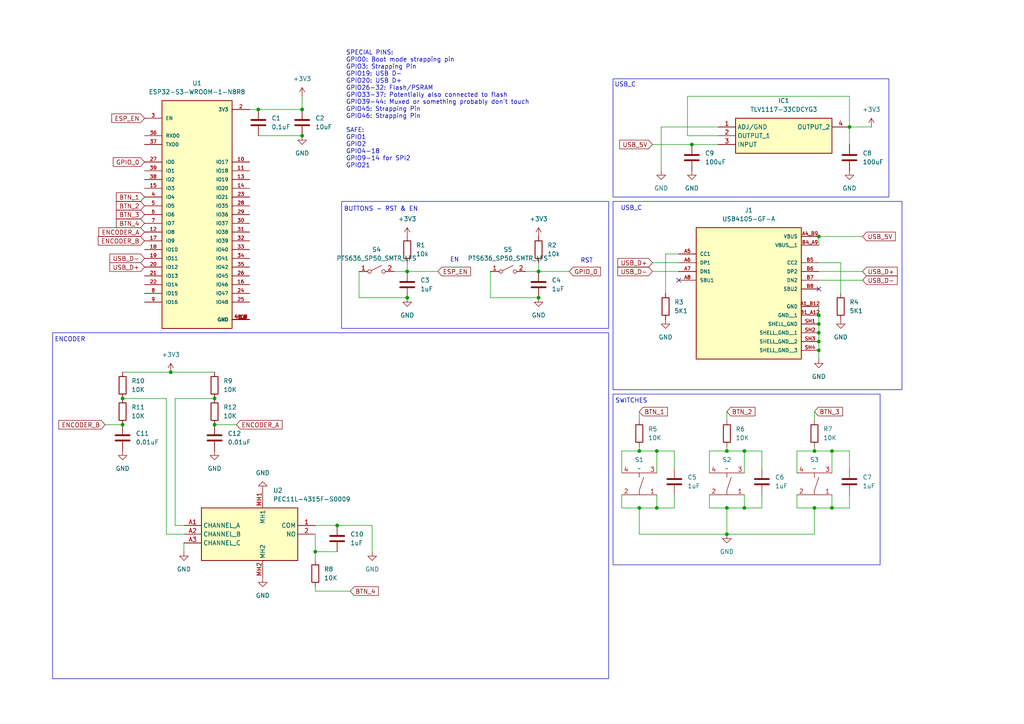
<source format=kicad_sch>
(kicad_sch (version 20231120) (generator "eeschema") (generator_version "8.0")
  (paper "A4")
  (lib_symbols
    (symbol "Device:C" (pin_numbers hide) (pin_names (offset 0.254))
      (property "Reference" "C" (at 0.635 2.54 0))
      (property "Value" "C" (at 0.635 -2.54 0))
      (symbol "C_0_1"
        (polyline (pts (xy -2.032 -0.762) (xy 2.032 -0.762)) (stroke (width 0.508)))
        (polyline (pts (xy -2.032 0.762) (xy 2.032 0.762)) (stroke (width 0.508)))
      )
      (symbol "C_1_1"
        (pin passive line (at 0 3.81 270) (length 2.794) (name "~") (number "1"))
        (pin passive line (at 0 -3.81 90) (length 2.794) (name "~") (number "2"))
      )
    )
    (symbol "Device:R" (pin_numbers hide) (pin_names (offset 0))
      (property "Reference" "R" (at 2.032 0 90))
      (property "Value" "R" (at 0 0 90))
      (symbol "R_0_1"
        (rectangle (start -1.016 -2.54) (end 1.016 2.54) (stroke (width 0.254)))
      )
      (symbol "R_1_1"
        (pin passive line (at 0 3.81 270) (length 1.27) (name "~") (number "1"))
        (pin passive line (at 0 -3.81 90) (length 1.27) (name "~") (number "2"))
      )
    )
    (symbol "SamacSys_Parts:OMRON_B3FS_Tactile_Switch"
      (property "Reference" "S" (at -1.27 3.556 0))
      (symbol "OMRON_B3FS_Tactile_Switch_0_1"
        (polyline (pts (xy -2.54 1.27) (xy 2.54 1.27)))
        (polyline (pts (xy 0 -5.08) (xy 0 -3.81)))
        (polyline (pts (xy 0 -3.81) (xy 1.27 0)))
        (polyline (pts (xy 0 1.27) (xy 0 0)))
        (polyline (pts (xy 2.54 -5.08) (xy -2.54 -5.08)))
      )
      (symbol "OMRON_B3FS_Tactile_Switch_1_1"
        (pin bidirectional line (at 5.08 -5.08 180) (length 2.54) (name "") (number "1"))
        (pin bidirectional line (at -5.08 -5.08 0) (length 2.54) (name "") (number "2"))
        (pin bidirectional line (at 5.08 1.27 180) (length 2.54) (name "") (number "3"))
        (pin bidirectional line (at -5.08 1.27 0) (length 2.54) (name "") (number "4"))
      )
    )
    (symbol "SamacSys_Parts:PEC11L-4315F-S0009"
      (property "Reference" "U" (at 21.59 15.24 0))
      (property "Value" "PEC11L-4315F-S0009" (at 21.59 12.7 0))
      (symbol "PEC11L-4315F-S0009_1_1"
        (rectangle (start 5.08 10.16) (end 20.32 -17.78) (stroke (width 0.254)) (fill (type background)))
        (pin passive line (at 10.16 15.24 270) (length 5.08) (name "COM") (number "1"))
        (pin passive line (at 12.7 15.24 270) (length 5.08) (name "NO") (number "2"))
        (pin passive line (at 10.16 -22.86 90) (length 5.08) (name "CHANNEL_A") (number "A1"))
        (pin passive line (at 12.7 -22.86 90) (length 5.08) (name "CHANNEL_B") (number "A2"))
        (pin passive line (at 15.24 -22.86 90) (length 5.08) (name "CHANNEL_C") (number "A3"))
        (pin passive line (at 0 0 0) (length 5.08) (name "MH1") (number "MH1"))
        (pin passive line (at 25.4 0 180) (length 5.08) (name "MH2") (number "MH2"))
      )
    )
    (symbol "Samacsys:TLV1117-33CDCYG3"
      (property "Reference" "IC" (at 34.29 7.62 0))
      (property "Value" "TLV1117-33CDCYG3" (at 34.29 5.08 0))
      (symbol "TLV1117-33CDCYG3_1_1"
        (rectangle (start 5.08 2.54) (end 33.02 -7.62) (stroke (width 0.254)) (fill (type background)))
        (pin passive line (at 0 0 0) (length 5.08) (name "ADJ/GND") (number "1"))
        (pin passive line (at 0 -2.54 0) (length 5.08) (name "OUTPUT_1") (number "2"))
        (pin passive line (at 0 -5.08 0) (length 5.08) (name "INPUT") (number "3"))
        (pin passive line (at 38.1 0 180) (length 5.08) (name "OUTPUT_2") (number "4"))
      )
    )
    (symbol "Snapeda:ESP32-S3-WROOM-1-N8R8" (pin_names (offset 1.016))
      (property "Reference" "U" (at -10.16 34.1122 0))
      (property "Value" "ESP32-S3-WROOM-1-N8R8" (at -10.16 -35.56 0))
      (symbol "ESP32-S3-WROOM-1-N8R8_0_0"
        (rectangle (start -10.16 -33.02) (end 10.16 33.02) (stroke (width 0.254)) (fill (type background)))
        (pin power_in line (at 15.24 -30.48 180) (length 5.08) (name "GND") (number "1"))
        (pin bidirectional line (at 15.24 15.24 180) (length 5.08) (name "IO17") (number "10"))
        (pin bidirectional line (at 15.24 12.7 180) (length 5.08) (name "IO18") (number "11"))
        (pin bidirectional line (at -15.24 -5.08 0) (length 5.08) (name "IO8") (number "12"))
        (pin bidirectional line (at 15.24 10.16 180) (length 5.08) (name "IO19") (number "13"))
        (pin bidirectional line (at 15.24 7.62 180) (length 5.08) (name "IO20") (number "14"))
        (pin bidirectional line (at -15.24 7.62 0) (length 5.08) (name "IO3") (number "15"))
        (pin bidirectional line (at 15.24 -20.32 180) (length 5.08) (name "IO46") (number "16"))
        (pin bidirectional line (at -15.24 -7.62 0) (length 5.08) (name "IO9") (number "17"))
        (pin bidirectional line (at -15.24 -10.16 0) (length 5.08) (name "IO10") (number "18"))
        (pin bidirectional line (at -15.24 -12.7 0) (length 5.08) (name "IO11") (number "19"))
        (pin power_in line (at 15.24 30.48 180) (length 5.08) (name "3V3") (number "2"))
        (pin bidirectional line (at -15.24 -15.24 0) (length 5.08) (name "IO12") (number "20"))
        (pin bidirectional line (at -15.24 -17.78 0) (length 5.08) (name "IO13") (number "21"))
        (pin bidirectional line (at -15.24 -20.32 0) (length 5.08) (name "IO14") (number "22"))
        (pin bidirectional line (at 15.24 5.08 180) (length 5.08) (name "IO21") (number "23"))
        (pin bidirectional line (at 15.24 -22.86 180) (length 5.08) (name "IO47") (number "24"))
        (pin bidirectional line (at 15.24 -25.4 180) (length 5.08) (name "IO48") (number "25"))
        (pin bidirectional line (at 15.24 -17.78 180) (length 5.08) (name "IO45") (number "26"))
        (pin bidirectional line (at -15.24 15.24 0) (length 5.08) (name "IO0") (number "27"))
        (pin bidirectional line (at 15.24 2.54 180) (length 5.08) (name "IO35") (number "28"))
        (pin bidirectional line (at 15.24 0 180) (length 5.08) (name "IO36") (number "29"))
        (pin input line (at -15.24 27.94 0) (length 5.08) (name "EN") (number "3"))
        (pin bidirectional line (at 15.24 -2.54 180) (length 5.08) (name "IO37") (number "30"))
        (pin bidirectional line (at 15.24 -5.08 180) (length 5.08) (name "IO38") (number "31"))
        (pin bidirectional line (at 15.24 -7.62 180) (length 5.08) (name "IO39") (number "32"))
        (pin bidirectional line (at 15.24 -10.16 180) (length 5.08) (name "IO40") (number "33"))
        (pin bidirectional line (at 15.24 -12.7 180) (length 5.08) (name "IO41") (number "34"))
        (pin bidirectional line (at 15.24 -15.24 180) (length 5.08) (name "IO42") (number "35"))
        (pin bidirectional line (at -15.24 22.86 0) (length 5.08) (name "RXD0") (number "36"))
        (pin bidirectional line (at -15.24 20.32 0) (length 5.08) (name "TXD0") (number "37"))
        (pin bidirectional line (at -15.24 10.16 0) (length 5.08) (name "IO2") (number "38"))
        (pin bidirectional line (at -15.24 12.7 0) (length 5.08) (name "IO1") (number "39"))
        (pin bidirectional line (at -15.24 5.08 0) (length 5.08) (name "IO4") (number "4"))
        (pin power_in line (at 15.24 -30.48 180) (length 5.08) (name "GND") (number "40"))
        (pin power_in line (at 15.24 -30.48 180) (length 5.08) (name "GND") (number "41_1"))
        (pin power_in line (at 15.24 -30.48 180) (length 5.08) (name "GND") (number "41_2"))
        (pin power_in line (at 15.24 -30.48 180) (length 5.08) (name "GND") (number "41_3"))
        (pin power_in line (at 15.24 -30.48 180) (length 5.08) (name "GND") (number "41_4"))
        (pin power_in line (at 15.24 -30.48 180) (length 5.08) (name "GND") (number "41_5"))
        (pin power_in line (at 15.24 -30.48 180) (length 5.08) (name "GND") (number "41_6"))
        (pin power_in line (at 15.24 -30.48 180) (length 5.08) (name "GND") (number "41_7"))
        (pin power_in line (at 15.24 -30.48 180) (length 5.08) (name "GND") (number "41_8"))
        (pin power_in line (at 15.24 -30.48 180) (length 5.08) (name "GND") (number "41_9"))
        (pin bidirectional line (at -15.24 2.54 0) (length 5.08) (name "IO5") (number "5"))
        (pin bidirectional line (at -15.24 0 0) (length 5.08) (name "IO6") (number "6"))
        (pin bidirectional line (at -15.24 -2.54 0) (length 5.08) (name "IO7") (number "7"))
        (pin bidirectional line (at -15.24 -22.86 0) (length 5.08) (name "IO15") (number "8"))
        (pin bidirectional line (at -15.24 -25.4 0) (length 5.08) (name "IO16") (number "9"))
      )
    )
    (symbol "Snapeda:USB4105-GF-A" (pin_names (offset 1.016))
      (property "Reference" "J" (at -15.24 13.97 0))
      (property "Value" "USB4105-GF-A" (at -15.24 -27.94 0))
      (symbol "USB4105-GF-A_0_0"
        (rectangle (start -15.24 -25.4) (end 15.24 12.7) (stroke (width 0.254)) (fill (type background)))
        (pin power_in line (at 20.32 -10.16 180) (length 5.08) (name "GND") (number "A1_B12"))
        (pin power_in line (at 20.32 10.16 180) (length 5.08) (name "VBUS") (number "A4_B9"))
        (pin bidirectional line (at -20.32 5.08 0) (length 5.08) (name "CC1") (number "A5"))
        (pin bidirectional line (at -20.32 2.54 0) (length 5.08) (name "DP1") (number "A6"))
        (pin bidirectional line (at -20.32 0 0) (length 5.08) (name "DN1") (number "A7"))
        (pin bidirectional line (at -20.32 -2.54 0) (length 5.08) (name "SBU1") (number "A8"))
        (pin power_in line (at 20.32 -12.7 180) (length 5.08) (name "GND__1") (number "B1_A12"))
        (pin power_in line (at 20.32 7.62 180) (length 5.08) (name "VBUS__1") (number "B4_A9"))
        (pin bidirectional line (at 20.32 2.54 180) (length 5.08) (name "CC2") (number "B5"))
        (pin bidirectional line (at 20.32 0 180) (length 5.08) (name "DP2") (number "B6"))
        (pin bidirectional line (at 20.32 -2.54 180) (length 5.08) (name "DN2") (number "B7"))
        (pin bidirectional line (at 20.32 -5.08 180) (length 5.08) (name "SBU2") (number "B8"))
        (pin power_in line (at 20.32 -15.24 180) (length 5.08) (name "SHELL_GND") (number "SH1"))
        (pin power_in line (at 20.32 -17.78 180) (length 5.08) (name "SHELL_GND__1") (number "SH2"))
        (pin power_in line (at 20.32 -20.32 180) (length 5.08) (name "SHELL_GND__2") (number "SH3"))
        (pin power_in line (at 20.32 -22.86 180) (length 5.08) (name "SHELL_GND__3") (number "SH4"))
      )
    )
    (symbol "Switch:SW_SPST" (pin_names (offset 0) hide)
      (property "Reference" "SW" (at 0 3.175 0))
      (property "Value" "SW_SPST" (at 0 -2.54 0))
      (symbol "SW_SPST_0_0"
        (circle (center -2.032 0) (radius 0.508))
        (polyline (pts (xy -1.524 0.254) (xy 1.524 1.778)))
        (circle (center 2.032 0) (radius 0.508))
      )
      (symbol "SW_SPST_1_1"
        (pin passive line (at -5.08 0 0) (length 2.54) (name "A") (number "1"))
        (pin passive line (at 5.08 0 180) (length 2.54) (name "B") (number "2"))
      )
    )
    (symbol "power:+3V3" (power) (pin_numbers hide) (pin_names (offset 0) hide)
      (property "Value" "+3V3" (at 0 3.556 0))
      (symbol "+3V3_0_1"
        (polyline (pts (xy -0.762 1.27) (xy 0 2.54)))
        (polyline (pts (xy 0 0) (xy 0 2.54)))
        (polyline (pts (xy 0 2.54) (xy 0.762 1.27)))
      )
      (symbol "+3V3_1_1"
        (pin power_in line (at 0 0 90) (length 0) (name "~") (number "1"))
      )
    )
    (symbol "power:GND" (power) (pin_numbers hide) (pin_names (offset 0) hide)
      (property "Value" "GND" (at 0 -3.81 0))
      (symbol "GND_0_1"
        (polyline (pts (xy 0 0) (xy 0 -1.27) (xy 1.27 -1.27) (xy 0 -2.54) (xy -1.27 -1.27) (xy 0 -1.27)))
      )
      (symbol "GND_1_1"
        (pin power_in line (at 0 0 270) (length 0) (name "~") (number "1"))
      )
    )
  )
  (junction (at 118.11 86.36))
  (junction (at 185.42 147.32))
  (junction (at 210.82 147.32))
  (junction (at 190.5 147.32))
  (junction (at 35.56 115.57))
  (junction (at 236.22 147.32))
  (junction (at 237.49 99.06))
  (junction (at 210.82 130.81))
  (junction (at 87.63 39.37))
  (junction (at 62.23 115.57))
  (junction (at 237.49 93.98))
  (junction (at 236.22 130.81))
  (junction (at 156.21 78.74))
  (junction (at 49.53 107.95))
  (junction (at 246.38 36.83))
  (junction (at 87.63 31.75))
  (junction (at 215.9 147.32))
  (junction (at 35.56 123.19))
  (junction (at 97.79 152.4))
  (junction (at 210.82 154.94))
  (junction (at 200.66 41.91))
  (junction (at 74.93 31.75))
  (junction (at 237.49 68.58))
  (junction (at 237.49 96.52))
  (junction (at 185.42 130.81))
  (junction (at 91.44 160.02))
  (junction (at 62.23 123.19))
  (junction (at 237.49 101.6))
  (junction (at 215.9 130.81))
  (junction (at 241.3 130.81))
  (junction (at 190.5 130.81))
  (junction (at 118.11 78.74))
  (junction (at 237.49 91.44))
  (junction (at 241.3 147.32))
  (junction (at 156.21 86.36))
  (no_connect (at 237.49 83.82))
  (no_connect (at 196.85 81.28))
  (wire (pts (xy 237.49 93.98) (xy 237.49 96.52)))
  (wire (pts (xy 189.23 78.74) (xy 196.85 78.74)))
  (wire (pts (xy 231.14 130.81) (xy 236.22 130.81)))
  (wire (pts (xy 190.5 147.32) (xy 195.58 147.32)))
  (wire (pts (xy 236.22 147.32) (xy 241.3 147.32)))
  (wire (pts (xy 190.5 130.81) (xy 190.5 137.16)))
  (wire (pts (xy 74.93 31.75) (xy 87.63 31.75)))
  (wire (pts (xy 185.42 147.32) (xy 190.5 147.32)))
  (wire (pts (xy 50.8 152.4) (xy 53.34 152.4)))
  (wire (pts (xy 180.34 147.32) (xy 180.34 143.51)))
  (wire (pts (xy 142.24 86.36) (xy 156.21 86.36)))
  (wire (pts (xy 237.49 99.06) (xy 237.49 101.6)))
  (wire (pts (xy 72.39 31.75) (xy 74.93 31.75)))
  (wire (pts (xy 107.95 152.4) (xy 107.95 160.02)))
  (wire (pts (xy 237.49 91.44) (xy 237.49 93.98)))
  (wire (pts (xy 220.98 130.81) (xy 220.98 135.89)))
  (wire (pts (xy 243.84 85.09) (xy 243.84 76.2)))
  (wire (pts (xy 104.14 86.36) (xy 118.11 86.36)))
  (wire (pts (xy 236.22 130.81) (xy 241.3 130.81)))
  (wire (pts (xy 91.44 160.02) (xy 97.79 160.02)))
  (wire (pts (xy 195.58 130.81) (xy 195.58 135.89)))
  (wire (pts (xy 185.42 130.81) (xy 190.5 130.81)))
  (wire (pts (xy 180.34 147.32) (xy 185.42 147.32)))
  (wire (pts (xy 152.4 78.74) (xy 156.21 78.74)))
  (wire (pts (xy 189.23 41.91) (xy 200.66 41.91)))
  (wire (pts (xy 246.38 41.91) (xy 246.38 36.83)))
  (wire (pts (xy 241.3 130.81) (xy 241.3 137.16)))
  (wire (pts (xy 246.38 36.83) (xy 252.73 36.83)))
  (wire (pts (xy 114.3 78.74) (xy 118.11 78.74)))
  (wire (pts (xy 210.82 154.94) (xy 236.22 154.94)))
  (wire (pts (xy 30.48 123.19) (xy 35.56 123.19)))
  (wire (pts (xy 97.79 152.4) (xy 107.95 152.4)))
  (wire (pts (xy 118.11 76.2) (xy 118.11 78.74)))
  (wire (pts (xy 200.66 41.91) (xy 208.28 41.91)))
  (wire (pts (xy 91.44 170.18) (xy 91.44 171.45)))
  (wire (pts (xy 193.04 73.66) (xy 196.85 73.66)))
  (wire (pts (xy 241.3 130.81) (xy 246.38 130.81)))
  (wire (pts (xy 195.58 147.32) (xy 195.58 143.51)))
  (wire (pts (xy 180.34 130.81) (xy 185.42 130.81)))
  (wire (pts (xy 246.38 130.81) (xy 246.38 135.89)))
  (wire (pts (xy 190.5 143.51) (xy 190.5 147.32)))
  (wire (pts (xy 68.58 123.19) (xy 62.23 123.19)))
  (wire (pts (xy 208.28 36.83) (xy 191.77 36.83)))
  (wire (pts (xy 210.82 147.32) (xy 210.82 154.94)))
  (wire (pts (xy 243.84 76.2) (xy 237.49 76.2)))
  (wire (pts (xy 237.49 88.9) (xy 237.49 91.44)))
  (wire (pts (xy 180.34 130.81) (xy 180.34 137.16)))
  (wire (pts (xy 237.49 81.28) (xy 250.19 81.28)))
  (wire (pts (xy 91.44 152.4) (xy 97.79 152.4)))
  (wire (pts (xy 91.44 171.45) (xy 101.6 171.45)))
  (wire (pts (xy 231.14 147.32) (xy 231.14 143.51)))
  (wire (pts (xy 246.38 147.32) (xy 246.38 143.51)))
  (wire (pts (xy 215.9 143.51) (xy 215.9 147.32)))
  (wire (pts (xy 205.74 130.81) (xy 205.74 137.16)))
  (wire (pts (xy 210.82 130.81) (xy 215.9 130.81)))
  (wire (pts (xy 50.8 115.57) (xy 62.23 115.57)))
  (wire (pts (xy 237.49 68.58) (xy 237.49 71.12)))
  (wire (pts (xy 35.56 107.95) (xy 49.53 107.95)))
  (wire (pts (xy 236.22 119.38) (xy 236.22 121.92)))
  (wire (pts (xy 246.38 27.94) (xy 246.38 36.83)))
  (wire (pts (xy 215.9 147.32) (xy 220.98 147.32)))
  (wire (pts (xy 231.14 147.32) (xy 236.22 147.32)))
  (wire (pts (xy 91.44 154.94) (xy 91.44 160.02)))
  (wire (pts (xy 231.14 130.81) (xy 231.14 137.16)))
  (wire (pts (xy 205.74 147.32) (xy 210.82 147.32)))
  (wire (pts (xy 185.42 129.54) (xy 185.42 130.81)))
  (wire (pts (xy 50.8 115.57) (xy 50.8 152.4)))
  (wire (pts (xy 237.49 78.74) (xy 250.19 78.74)))
  (wire (pts (xy 236.22 147.32) (xy 236.22 154.94)))
  (wire (pts (xy 199.39 39.37) (xy 199.39 27.94)))
  (wire (pts (xy 91.44 162.56) (xy 91.44 160.02)))
  (wire (pts (xy 185.42 119.38) (xy 185.42 121.92)))
  (wire (pts (xy 190.5 130.81) (xy 195.58 130.81)))
  (wire (pts (xy 205.74 147.32) (xy 205.74 143.51)))
  (wire (pts (xy 236.22 129.54) (xy 236.22 130.81)))
  (wire (pts (xy 165.1 78.74) (xy 156.21 78.74)))
  (wire (pts (xy 142.24 78.74) (xy 142.24 86.36)))
  (wire (pts (xy 191.77 36.83) (xy 191.77 49.53)))
  (wire (pts (xy 193.04 85.09) (xy 193.04 73.66)))
  (wire (pts (xy 185.42 154.94) (xy 210.82 154.94)))
  (wire (pts (xy 220.98 147.32) (xy 220.98 143.51)))
  (wire (pts (xy 237.49 96.52) (xy 237.49 99.06)))
  (wire (pts (xy 210.82 147.32) (xy 215.9 147.32)))
  (wire (pts (xy 104.14 78.74) (xy 104.14 86.36)))
  (wire (pts (xy 74.93 39.37) (xy 87.63 39.37)))
  (wire (pts (xy 49.53 107.95) (xy 62.23 107.95)))
  (wire (pts (xy 185.42 147.32) (xy 185.42 154.94)))
  (wire (pts (xy 210.82 119.38) (xy 210.82 121.92)))
  (wire (pts (xy 208.28 39.37) (xy 199.39 39.37)))
  (wire (pts (xy 237.49 101.6) (xy 237.49 104.14)))
  (wire (pts (xy 205.74 130.81) (xy 210.82 130.81)))
  (wire (pts (xy 210.82 129.54) (xy 210.82 130.81)))
  (wire (pts (xy 189.23 76.2) (xy 196.85 76.2)))
  (wire (pts (xy 87.63 27.94) (xy 87.63 31.75)))
  (wire (pts (xy 199.39 27.94) (xy 246.38 27.94)))
  (wire (pts (xy 241.3 143.51) (xy 241.3 147.32)))
  (wire (pts (xy 241.3 147.32) (xy 246.38 147.32)))
  (wire (pts (xy 215.9 130.81) (xy 215.9 137.16)))
  (wire (pts (xy 156.21 76.2) (xy 156.21 78.74)))
  (wire (pts (xy 53.34 157.48) (xy 53.34 160.02)))
  (wire (pts (xy 237.49 68.58) (xy 250.19 68.58)))
  (wire (pts (xy 48.26 115.57) (xy 48.26 154.94)))
  (wire (pts (xy 48.26 115.57) (xy 35.56 115.57)))
  (wire (pts (xy 53.34 154.94) (xy 48.26 154.94)))
  (wire (pts (xy 215.9 130.81) (xy 220.98 130.81)))
  (wire (pts (xy 127 78.74) (xy 118.11 78.74)))
  (rectangle (start 15.24 96.52) (end 176.53 196.85))
  (rectangle (start 177.8 58.42) (end 261.62 113.03))
  (rectangle (start 99.06 58.42) (end 176.53 95.25))
  (rectangle (start 177.8 114.3) (end 255.27 163.83))
  (rectangle (start 177.8 22.86) (end 257.81 57.15))
  (text "SWITCHES" (at 183.134 116.332 0) (effects (font (size 1.27 1.27))))
  (text "EN" (at 131.826 75.438 0) (effects (font (size 1.27 1.27))))
  (text "SPECIAL PINS:\nGPIO0: Boot mode strapping pin\nGPIO3: Strapping Pin\nGPIO19: USB D-\nGPIO20: USB D+\nGPIO26-32: Flash/PSRAM\nGPIO33-37: Potentially also connected to flash\nGPIO39-44: Muxed or something probably don't touch\nGPIO45: Strapping Pin\nGPIO46: Strapping Pin\n\nSAFE:\nGPIO1\nGPIO2\nGPIO4-18\nGPIO9-14 for SPI2\nGPIO21" (at 100.33 31.75 0) (effects (font (size 1.27 1.27)) (justify left)))
  (text "ENCODER" (at 20.32 98.552 0) (effects (font (size 1.27 1.27))))
  (text "USB_C" (at 183.134 60.452 0) (effects (font (size 1.27 1.27))))
  (text "BUTTONS - RST & EN" (at 110.49 60.706 0) (effects (font (size 1.27 1.27))))
  (text "RST" (at 170.18 75.692 0) (effects (font (size 1.27 1.27))))
  (text "USB_C" (at 181.356 24.638 0) (effects (font (size 1.27 1.27))))
  (global_label "ESP_EN" (shape input) (at 41.91 34.29 180) (property "Intersheetrefs" "${INTERSHEET_REFS}" (effects (hide yes))))
  (global_label "GPIO_0" (shape input) (at 165.1 78.74 0) (property "Intersheetrefs" "${INTERSHEET_REFS}" (effects (hide yes))))
  (global_label "USB_D+" (shape input) (at 41.91 77.47 180) (property "Intersheetrefs" "${INTERSHEET_REFS}" (effects (hide yes))))
  (global_label "USB_5V" (shape input) (at 189.23 41.91 180) (property "Intersheetrefs" "${INTERSHEET_REFS}" (effects (hide yes))))
  (global_label "ESP_EN" (shape input) (at 127 78.74 0) (property "Intersheetrefs" "${INTERSHEET_REFS}" (effects (hide yes))))
  (global_label "GPIO_0" (shape input) (at 41.91 46.99 180) (property "Intersheetrefs" "${INTERSHEET_REFS}" (effects (hide yes))))
  (global_label "BTN_3" (shape input) (at 41.91 62.23 180) (property "Intersheetrefs" "${INTERSHEET_REFS}" (effects (hide yes))))
  (global_label "USB_D-" (shape input) (at 41.91 74.93 180) (property "Intersheetrefs" "${INTERSHEET_REFS}" (effects (hide yes))))
  (global_label "BTN_2" (shape input) (at 41.91 59.69 180) (property "Intersheetrefs" "${INTERSHEET_REFS}" (effects (hide yes))))
  (global_label "ENCODER_B" (shape input) (at 30.48 123.19 180) (property "Intersheetrefs" "${INTERSHEET_REFS}" (effects (hide yes))))
  (global_label "BTN_1" (shape input) (at 41.91 57.15 180) (property "Intersheetrefs" "${INTERSHEET_REFS}" (effects (hide yes))))
  (global_label "USB_D+" (shape input) (at 250.19 78.74 0) (property "Intersheetrefs" "${INTERSHEET_REFS}" (effects (hide yes))))
  (global_label "ENCODER_B" (shape input) (at 41.91 69.85 180) (property "Intersheetrefs" "${INTERSHEET_REFS}" (effects (hide yes))))
  (global_label "ENCODER_A" (shape input) (at 41.91 67.31 180) (property "Intersheetrefs" "${INTERSHEET_REFS}" (effects (hide yes))))
  (global_label "USB_D-" (shape input) (at 250.19 81.28 0) (property "Intersheetrefs" "${INTERSHEET_REFS}" (effects (hide yes))))
  (global_label "BTN_4" (shape input) (at 101.6 171.45 0) (property "Intersheetrefs" "${INTERSHEET_REFS}" (effects (hide yes))))
  (global_label "BTN_2" (shape input) (at 210.82 119.38 0) (property "Intersheetrefs" "${INTERSHEET_REFS}" (effects (hide yes))))
  (global_label "BTN_4" (shape input) (at 41.91 64.77 180) (property "Intersheetrefs" "${INTERSHEET_REFS}" (effects (hide yes))))
  (global_label "USB_5V" (shape input) (at 250.19 68.58 0) (property "Intersheetrefs" "${INTERSHEET_REFS}" (effects (hide yes))))
  (global_label "BTN_1" (shape input) (at 185.42 119.38 0) (property "Intersheetrefs" "${INTERSHEET_REFS}" (effects (hide yes))))
  (global_label "ENCODER_A" (shape input) (at 68.58 123.19 0) (property "Intersheetrefs" "${INTERSHEET_REFS}" (effects (hide yes))))
  (global_label "USB_D+" (shape input) (at 189.23 76.2 180) (property "Intersheetrefs" "${INTERSHEET_REFS}" (effects (hide yes))))
  (global_label "USB_D-" (shape input) (at 189.23 78.74 180) (property "Intersheetrefs" "${INTERSHEET_REFS}" (effects (hide yes))))
  (global_label "BTN_3" (shape input) (at 236.22 119.38 0) (property "Intersheetrefs" "${INTERSHEET_REFS}" (effects (hide yes))))
  (symbol (lib_id "power:GND") (at 76.2 167.64 0) (unit 1)
    (property "Reference" "#PWR017" (effects (hide yes)))
    (property "Value" "GND" (at 76.2 172.72 0))
    (property "Description" "Power symbol creates a global label with name \"GND\" , ground" (effects (hide yes)))
  )
  (symbol (lib_id "power:GND") (at 191.77 49.53 0) (unit 1)
    (property "Reference" "#PWR011" (effects (hide yes)))
    (property "Value" "GND" (at 191.77 54.61 0))
    (property "Description" "Power symbol creates a global label with name \"GND\" , ground" (effects (hide yes)))
  )
  (symbol (lib_id "power:+3V3") (at 118.11 68.58 0) (unit 1)
    (property "Reference" "#PWR05" (effects (hide yes)))
    (property "Value" "+3V3" (at 118.11 63.5 0))
    (property "Description" "Power symbol creates a global label with name \"+3V3\"" (effects (hide yes)))
  )
  (symbol (lib_id "Device:C") (at 200.66 45.72 0) (unit 1)
    (property "Reference" "C9" (at 204.47 44.4499 0) (effects (justify left)))
    (property "Value" "100uF" (at 204.47 46.9899 0) (effects (justify left)))
    (property "Footprint" "Capacitor_SMD:C_1206_3216Metric" (effects (hide yes)))
    (property "Description" "Unpolarized capacitor" (effects (hide yes)))
  )
  (symbol (lib_id "Device:C") (at 97.79 156.21 0) (unit 1)
    (property "Reference" "C10" (at 101.6 154.9399 0) (effects (justify left)))
    (property "Value" "1uF" (at 101.6 157.4799 0) (effects (justify left)))
    (property "Footprint" "Capacitor_SMD:C_1206_3216Metric" (effects (hide yes)))
    (property "Description" "Unpolarized capacitor" (effects (hide yes)))
  )
  (symbol (lib_id "Snapeda:ESP32-S3-WROOM-1-N8R8") (at 57.15 62.23 0) (unit 1)
    (property "Reference" "U1" (at 57.15 24.13 0))
    (property "Value" "ESP32-S3-WROOM-1-N8R8" (at 57.15 26.67 0))
    (property "Footprint" "Snapeda:ESP32-S3-WROOM-1-N8R8_XCVR_ESP32S3WROOM1N8R8" (effects (hide yes)))
    (property "Description" "Bluetooth, WiFi 802.11b/g/n, Bluetooth v5.0 Transceiver Module 2.4GHz PCB Trace Surface Mount" (effects (hide yes)))
    (property "MF" "Espressif Systems" (effects (hide yes)))
    (property "PACKAGE" "SMD-41 Espressif Systems" (effects (hide yes)))
    (property "PRICE" "None" (effects (hide yes)))
    (property "Package" "NON STANDARD Espressif Systems" (effects (hide yes)))
    (property "Check_prices" "https://www.snapeda.com/parts/ESP32-S3-WROOM-1-N8R8/Espressif+Systems/view-part/?ref=eda" (effects (hide yes)))
    (property "Price" "None" (effects (hide yes)))
    (property "SnapEDA_Link" "https://www.snapeda.com/parts/ESP32-S3-WROOM-1-N8R8/Espressif+Systems/view-part/?ref=snap" (effects (hide yes)))
    (property "MP" "ESP32-S3-WROOM-1-N8R8" (effects (hide yes)))
    (property "Purchase-URL" "https://www.snapeda.com/api/url_track_click_mouser/?unipart_id=8936581&manufacturer=Espressif Systems&part_name=ESP32-S3-WROOM-1-N8R8&search_term=esp32-s3-wroom-1" (effects (hide yes)))
    (property "Description_1" "\nBluetooth, WiFi 802.11b/g/n, Bluetooth v5.0 Transceiver Module 2.4GHz PCB Trace Surface Mount\n" (effects (hide yes)))
    (property "Availability" "In Stock" (effects (hide yes)))
    (property "AVAILABILITY" "In Stock" (effects (hide yes)))
    (property "PURCHASE-URL" "https://pricing.snapeda.com/search/part/ESP32S3WROOM1N8R8/?ref=eda" (effects (hide yes)))
  )
  (symbol (lib_id "power:+3V3") (at 252.73 36.83 0) (unit 1)
    (property "Reference" "#PWR014" (effects (hide yes)))
    (property "Value" "+3V3" (at 252.73 31.75 0))
    (property "Description" "Power symbol creates a global label with name \"+3V3\"" (effects (hide yes)))
  )
  (symbol (lib_id "Device:R") (at 236.22 125.73 0) (unit 1)
    (property "Reference" "R7" (at 238.76 124.4599 0) (effects (justify left)))
    (property "Value" "10K" (at 238.76 126.9999 0) (effects (justify left)))
    (property "Footprint" "Resistor_SMD:R_1206_3216Metric_Pad1.30x1.75mm_HandSolder" (effects (hide yes)))
    (property "Description" "Resistor" (effects (hide yes)))
  )
  (symbol (lib_id "Device:C") (at 62.23 127 0) (unit 1)
    (property "Reference" "C12" (at 66.04 125.7299 0) (effects (justify left)))
    (property "Value" "0.01uF" (at 66.04 128.2699 0) (effects (justify left)))
    (property "Footprint" "Capacitor_SMD:C_1206_3216Metric" (effects (hide yes)))
    (property "Description" "Unpolarized capacitor" (effects (hide yes)))
  )
  (symbol (lib_id "Device:C") (at 246.38 139.7 0) (unit 1)
    (property "Reference" "C7" (at 250.19 138.4299 0) (effects (justify left)))
    (property "Value" "1uF" (at 250.19 140.9699 0) (effects (justify left)))
    (property "Footprint" "Capacitor_SMD:C_1206_3216Metric" (effects (hide yes)))
    (property "Description" "Unpolarized capacitor" (effects (hide yes)))
  )
  (symbol (lib_id "Device:R") (at 62.23 119.38 180) (unit 1)
    (property "Reference" "R12" (at 64.77 118.1099 0) (effects (justify right)))
    (property "Value" "10K" (at 64.77 120.6499 0) (effects (justify right)))
    (property "Footprint" "Resistor_SMD:R_1206_3216Metric_Pad1.30x1.75mm_HandSolder" (effects (hide yes)))
    (property "Description" "Resistor" (effects (hide yes)))
  )
  (symbol (lib_id "Device:R") (at 210.82 125.73 0) (unit 1)
    (property "Reference" "R6" (at 213.36 124.4599 0) (effects (justify left)))
    (property "Value" "10K" (at 213.36 126.9999 0) (effects (justify left)))
    (property "Footprint" "Resistor_SMD:R_1206_3216Metric_Pad1.30x1.75mm_HandSolder" (effects (hide yes)))
    (property "Description" "Resistor" (effects (hide yes)))
  )
  (symbol (lib_id "power:GND") (at 156.21 86.36 0) (unit 1)
    (property "Reference" "#PWR08" (effects (hide yes)))
    (property "Value" "GND" (at 156.21 91.44 0))
    (property "Description" "Power symbol creates a global label with name \"GND\" , ground" (effects (hide yes)))
  )
  (symbol (lib_id "Device:R") (at 243.84 88.9 0) (unit 1)
    (property "Reference" "R4" (at 246.38 87.6299 0) (effects (justify left)))
    (property "Value" "5K1" (at 246.38 90.1699 0) (effects (justify left)))
    (property "Footprint" "Resistor_SMD:R_1206_3216Metric_Pad1.30x1.75mm_HandSolder" (effects (hide yes)))
    (property "Description" "Resistor" (effects (hide yes)))
  )
  (symbol (lib_id "power:GND") (at 193.04 92.71 0) (unit 1)
    (property "Reference" "#PWR010" (effects (hide yes)))
    (property "Value" "GND" (at 193.04 97.79 0))
    (property "Description" "Power symbol creates a global label with name \"GND\" , ground" (effects (hide yes)))
  )
  (symbol (lib_id "power:GND") (at 118.11 86.36 0) (unit 1)
    (property "Reference" "#PWR06" (effects (hide yes)))
    (property "Value" "GND" (at 118.11 91.44 0))
    (property "Description" "Power symbol creates a global label with name \"GND\" , ground" (effects (hide yes)))
  )
  (symbol (lib_id "Switch:SW_SPST") (at 147.32 78.74 0) (unit 1)
    (property "Reference" "S5" (at 147.32 72.39 0))
    (property "Value" "PTS636_SP50_SMTR_LFS" (at 147.32 74.93 0))
    (property "Footprint" "SamacSys_Parts:PTS636SP50SMTRLFS" (effects (hide yes)))
    (property "Datasheet" "https://componentsearchengine.com/Datasheets/1/PTS636SP50SMTRLFS.pdf" (effects (hide yes)))
    (property "Description" "Tactile Switches Tact 50mA 12VDC, 6.0x3.5, 5.0mm H, 320gf, G leads, No ground pin, Black Actuator" (effects (hide yes)))
    (property "Height" "5.2" (effects (hide yes)))
    (property "Mouser Part Number" "611-PTS636SP50SMTRLF" (effects (hide yes)))
    (property "Mouser Price/Stock" "https://www.mouser.co.uk/ProductDetail/CK/PTS636-SP50-SMTR-LFS?qs=vLWxofP3U2yQrwr1QnrRJw%3D%3D" (effects (hide yes)))
    (property "Manufacturer_Name" "C & K COMPONENTS" (effects (hide yes)))
    (property "Manufacturer_Part_Number" "PTS636 SP50 SMTR LFS" (effects (hide yes)))
  )
  (symbol (lib_id "power:+3V3") (at 49.53 107.95 0) (unit 1)
    (property "Reference" "#PWR019" (effects (hide yes)))
    (property "Value" "+3V3" (at 49.53 102.87 0))
    (property "Description" "Power symbol creates a global label with name \"+3V3\"" (effects (hide yes)))
  )
  (symbol (lib_id "power:GND") (at 87.63 39.37 0) (unit 1)
    (property "Reference" "#PWR03" (effects (hide yes)))
    (property "Value" "GND" (at 87.63 44.45 0))
    (property "Description" "Power symbol creates a global label with name \"GND\" , ground" (effects (hide yes)))
  )
  (symbol (lib_id "Device:R") (at 193.04 88.9 0) (unit 1)
    (property "Reference" "R3" (at 195.58 87.6299 0) (effects (justify left)))
    (property "Value" "5K1" (at 195.58 90.1699 0) (effects (justify left)))
    (property "Footprint" "Resistor_SMD:R_1206_3216Metric_Pad1.30x1.75mm_HandSolder" (effects (hide yes)))
    (property "Description" "Resistor" (effects (hide yes)))
  )
  (symbol (lib_id "Device:R") (at 62.23 111.76 0) (unit 1)
    (property "Reference" "R9" (at 64.77 110.4899 0) (effects (justify left)))
    (property "Value" "10K" (at 64.77 113.0299 0) (effects (justify left)))
    (property "Footprint" "Resistor_SMD:R_1206_3216Metric_Pad1.30x1.75mm_HandSolder" (effects (hide yes)))
    (property "Description" "Resistor" (effects (hide yes)))
  )
  (symbol (lib_id "Device:R") (at 118.11 72.39 0) (unit 1)
    (property "Reference" "R1" (at 120.65 71.1199 0) (effects (justify left)))
    (property "Value" "10k" (at 120.65 73.6599 0) (effects (justify left)))
    (property "Footprint" "Resistor_SMD:R_1206_3216Metric_Pad1.30x1.75mm_HandSolder" (effects (hide yes)))
    (property "Description" "Resistor" (effects (hide yes)))
  )
  (symbol (lib_id "power:GND") (at 237.49 104.14 0) (unit 1)
    (property "Reference" "#PWR02" (effects (hide yes)))
    (property "Value" "GND" (at 237.49 109.22 0))
    (property "Description" "Power symbol creates a global label with name \"GND\" , ground" (effects (hide yes)))
  )
  (symbol (lib_id "Device:R") (at 91.44 166.37 0) (unit 1)
    (property "Reference" "R8" (at 93.98 165.0999 0) (effects (justify left)))
    (property "Value" "10K" (at 93.98 167.6399 0) (effects (justify left)))
    (property "Footprint" "Resistor_SMD:R_1206_3216Metric_Pad1.30x1.75mm_HandSolder" (effects (hide yes)))
    (property "Description" "Resistor" (effects (hide yes)))
  )
  (symbol (lib_id "Device:R") (at 35.56 119.38 180) (unit 1)
    (property "Reference" "R11" (at 38.1 118.1099 0) (effects (justify right)))
    (property "Value" "10K" (at 38.1 120.6499 0) (effects (justify right)))
    (property "Footprint" "Resistor_SMD:R_1206_3216Metric_Pad1.30x1.75mm_HandSolder" (effects (hide yes)))
    (property "Description" "Resistor" (effects (hide yes)))
  )
  (symbol (lib_id "Device:C") (at 118.11 82.55 0) (unit 1)
    (property "Reference" "C3" (at 121.92 81.2799 0) (effects (justify left)))
    (property "Value" "1uF" (at 121.92 83.8199 0) (effects (justify left)))
    (property "Footprint" "Capacitor_SMD:C_1206_3216Metric" (effects (hide yes)))
    (property "Description" "Unpolarized capacitor" (effects (hide yes)))
  )
  (symbol (lib_id "power:GND") (at 246.38 49.53 0) (unit 1)
    (property "Reference" "#PWR013" (effects (hide yes)))
    (property "Value" "GND" (at 246.38 54.61 0))
    (property "Description" "Power symbol creates a global label with name \"GND\" , ground" (effects (hide yes)))
  )
  (symbol (lib_id "Device:R") (at 185.42 125.73 0) (unit 1)
    (property "Reference" "R5" (at 187.96 124.4599 0) (effects (justify left)))
    (property "Value" "10K" (at 187.96 126.9999 0) (effects (justify left)))
    (property "Footprint" "Resistor_SMD:R_1206_3216Metric_Pad1.30x1.75mm_HandSolder" (effects (hide yes)))
    (property "Description" "Resistor" (effects (hide yes)))
  )
  (symbol (lib_id "power:+3V3") (at 156.21 68.58 0) (unit 1)
    (property "Reference" "#PWR07" (effects (hide yes)))
    (property "Value" "+3V3" (at 156.21 63.5 0))
    (property "Description" "Power symbol creates a global label with name \"+3V3\"" (effects (hide yes)))
  )
  (symbol (lib_id "Device:C") (at 246.38 45.72 0) (unit 1)
    (property "Reference" "C8" (at 250.19 44.4499 0) (effects (justify left)))
    (property "Value" "100uF" (at 250.19 46.9899 0) (effects (justify left)))
    (property "Footprint" "Capacitor_SMD:C_1206_3216Metric" (effects (hide yes)))
    (property "Description" "Unpolarized capacitor" (effects (hide yes)))
  )
  (symbol (lib_id "power:GND") (at 107.95 160.02 0) (unit 1)
    (property "Reference" "#PWR016" (effects (hide yes)))
    (property "Value" "GND" (at 107.95 165.1 0))
    (property "Description" "Power symbol creates a global label with name \"GND\" , ground" (effects (hide yes)))
  )
  (symbol (lib_id "Samacsys:TLV1117-33CDCYG3") (at 208.28 36.83 0) (unit 1)
    (property "Reference" "IC1" (at 227.33 29.21 0))
    (property "Value" "TLV1117-33CDCYG3" (at 227.33 31.75 0))
    (property "Footprint" "Samacsys:SOT230P700X180-4N" (effects (hide yes)))
    (property "Datasheet" "https://www.ti.com/lit/gpn/tlv1117" (effects (hide yes)))
    (property "Description" "LDO Regulator Pos 3.3V 0.8A 4-Pin(3+Tab) SOT-223 Tube" (effects (hide yes)))
    (property "Height" "1.8" (effects (hide yes)))
    (property "Manufacturer_Name" "Texas Instruments" (effects (hide yes)))
    (property "Manufacturer_Part_Number" "TLV1117-33CDCYG3" (effects (hide yes)))
    (property "Mouser Part Number" "595-TLV1117-33CDCYG3" (effects (hide yes)))
    (property "Mouser Price/Stock" "https://www.mouser.co.uk/ProductDetail/Texas-Instruments/TLV1117-33CDCYG3?qs=LVErsypW30y20stRdpvi3w%3D%3D" (effects (hide yes)))
    (property "Arrow Part Number" "TLV1117-33CDCYG3" (effects (hide yes)))
    (property "Arrow Price/Stock" "https://www.arrow.com/en/products/tlv1117-33cdcyg3/texas-instruments" (effects (hide yes)))
  )
  (symbol (lib_id "power:GND") (at 62.23 130.81 0) (unit 1)
    (property "Reference" "#PWR021" (effects (hide yes)))
    (property "Value" "GND" (at 62.23 135.89 0))
    (property "Description" "Power symbol creates a global label with name \"GND\" , ground" (effects (hide yes)))
  )
  (symbol (lib_id "SamacSys_Parts:PEC11L-4315F-S0009") (at 76.2 142.24 270) (unit 1)
    (property "Reference" "U2" (at 79.2165 142.24 90) (effects (justify left)))
    (property "Value" "PEC11L-4315F-S0009" (at 79.2165 144.78 90) (effects (justify left)))
    (property "Footprint" "SamacSys_Parts:PEC11L4315FS0009" (effects (hide yes)))
    (property "Datasheet" "https://bourns.com/docs/product-datasheets/pec11l.pdf" (effects (hide yes)))
    (property "Description" "11 mm Low Profile Encoder" (effects (hide yes)))
    (property "Height" "20" (effects (hide yes)))
    (property "Manufacturer_Name" "Bourns" (effects (hide yes)))
    (property "Manufacturer_Part_Number" "PEC11L-4315F-S0009" (effects (hide yes)))
  )
  (symbol (lib_id "Device:C") (at 35.56 127 0) (unit 1)
    (property "Reference" "C11" (at 39.37 125.7299 0) (effects (justify left)))
    (property "Value" "0.01uF" (at 39.37 128.2699 0) (effects (justify left)))
    (property "Footprint" "Capacitor_SMD:C_1206_3216Metric" (effects (hide yes)))
    (property "Description" "Unpolarized capacitor" (effects (hide yes)))
  )
  (symbol (lib_id "power:GND") (at 76.2 142.24 180) (unit 1)
    (property "Reference" "#PWR018" (effects (hide yes)))
    (property "Value" "GND" (at 76.2 137.16 0))
    (property "Description" "Power symbol creates a global label with name \"GND\" , ground" (effects (hide yes)))
  )
  (symbol (lib_id "Switch:SW_SPST") (at 109.22 78.74 0) (unit 1)
    (property "Reference" "S4" (at 109.22 72.39 0))
    (property "Value" "PTS636_SP50_SMTR_LFS" (at 109.22 74.93 0))
    (property "Footprint" "SamacSys_Parts:PTS636SP50SMTRLFS" (effects (hide yes)))
    (property "Datasheet" "https://componentsearchengine.com/Datasheets/1/PTS636SP50SMTRLFS.pdf" (effects (hide yes)))
    (property "Description" "Tactile Switches Tact 50mA 12VDC, 6.0x3.5, 5.0mm H, 320gf, G leads, No ground pin, Black Actuator" (effects (hide yes)))
    (property "Height" "5.2" (effects (hide yes)))
    (property "Mouser Part Number" "611-PTS636SP50SMTRLF" (effects (hide yes)))
    (property "Mouser Price/Stock" "https://www.mouser.co.uk/ProductDetail/CK/PTS636-SP50-SMTR-LFS?qs=vLWxofP3U2yQrwr1QnrRJw%3D%3D" (effects (hide yes)))
    (property "Manufacturer_Name" "C & K COMPONENTS" (effects (hide yes)))
    (property "Manufacturer_Part_Number" "PTS636 SP50 SMTR LFS" (effects (hide yes)))
  )
  (symbol (lib_id "Device:C") (at 195.58 139.7 0) (unit 1)
    (property "Reference" "C5" (at 199.39 138.4299 0) (effects (justify left)))
    (property "Value" "1uF" (at 199.39 140.9699 0) (effects (justify left)))
    (property "Footprint" "Capacitor_SMD:C_1206_3216Metric" (effects (hide yes)))
    (property "Description" "Unpolarized capacitor" (effects (hide yes)))
  )
  (symbol (lib_id "Snapeda:USB4105-GF-A") (at 217.17 78.74 0) (unit 1)
    (property "Reference" "J1" (at 217.17 60.96 0))
    (property "Value" "USB4105-GF-A" (at 217.17 63.5 0))
    (property "Footprint" "Snapeda:USB4105-GF-A_GCT_USB4105-GF-A" (effects (hide yes)))
    (property "Datasheet" "https://mm.digikey.com/Volume0/opasdata/d220001/medias/docus/5492/USB4105.pdf" (effects (hide yes)))
    (property "PARTREV" "B4" (effects (hide yes)))
    (property "STANDARD" "Manufacturer Recommendations" (effects (hide yes)))
    (property "MAXIMUM_PACKAGE_HEIGHT" "3.31 mm" (effects (hide yes)))
    (property "MANUFACTURER" "GCT" (effects (hide yes)))
  )
  (symbol (lib_id "power:GND") (at 243.84 92.71 0) (unit 1)
    (property "Reference" "#PWR09" (effects (hide yes)))
    (property "Value" "GND" (at 243.84 97.79 0))
    (property "Description" "Power symbol creates a global label with name \"GND\" , ground" (effects (hide yes)))
  )
  (symbol (lib_id "power:GND") (at 200.66 49.53 0) (unit 1)
    (property "Reference" "#PWR012" (effects (hide yes)))
    (property "Value" "GND" (at 200.66 54.61 0))
    (property "Description" "Power symbol creates a global label with name \"GND\" , ground" (effects (hide yes)))
  )
  (symbol (lib_id "Device:C") (at 156.21 82.55 0) (unit 1)
    (property "Reference" "C4" (at 160.02 81.2799 0) (effects (justify left)))
    (property "Value" "1uF" (at 160.02 83.8199 0) (effects (justify left)))
    (property "Footprint" "Capacitor_SMD:C_1206_3216Metric" (effects (hide yes)))
    (property "Description" "Unpolarized capacitor" (effects (hide yes)))
  )
  (symbol (lib_id "power:GND") (at 35.56 130.81 0) (unit 1)
    (property "Reference" "#PWR020" (effects (hide yes)))
    (property "Value" "GND" (at 35.56 135.89 0))
    (property "Description" "Power symbol creates a global label with name \"GND\" , ground" (effects (hide yes)))
  )
  (symbol (lib_id "Device:C") (at 220.98 139.7 0) (unit 1)
    (property "Reference" "C6" (at 224.79 138.4299 0) (effects (justify left)))
    (property "Value" "1uF" (at 224.79 140.9699 0) (effects (justify left)))
    (property "Footprint" "Capacitor_SMD:C_1206_3216Metric" (effects (hide yes)))
    (property "Description" "Unpolarized capacitor" (effects (hide yes)))
  )
  (symbol (lib_id "SamacSys_Parts:OMRON_B3FS_Tactile_Switch") (at 236.22 138.43 0) (unit 1)
    (property "Reference" "S3" (at 236.22 133.35 0))
    (property "Value" "~" (at 236.22 135.89 0))
    (property "Footprint" "SamacSys_Parts:B3FS-1050" (effects (hide yes)))
  )
  (symbol (lib_id "Device:C") (at 87.63 35.56 0) (unit 1)
    (property "Reference" "C2" (at 91.44 34.2899 0) (effects (justify left)))
    (property "Value" "10uF" (at 91.44 36.8299 0) (effects (justify left)))
    (property "Footprint" "Capacitor_SMD:C_1206_3216Metric" (effects (hide yes)))
    (property "Description" "Unpolarized capacitor" (effects (hide yes)))
  )
  (symbol (lib_id "SamacSys_Parts:OMRON_B3FS_Tactile_Switch") (at 210.82 138.43 0) (unit 1)
    (property "Reference" "S2" (at 210.82 133.35 0))
    (property "Value" "~" (at 210.82 135.89 0))
    (property "Footprint" "SamacSys_Parts:B3FS-1050" (effects (hide yes)))
  )
  (symbol (lib_id "power:GND") (at 210.82 154.94 0) (unit 1)
    (property "Reference" "#PWR01" (effects (hide yes)))
    (property "Value" "GND" (at 210.82 160.02 0))
    (property "Description" "Power symbol creates a global label with name \"GND\" , ground" (effects (hide yes)))
  )
  (symbol (lib_id "power:GND") (at 53.34 160.02 0) (unit 1)
    (property "Reference" "#PWR015" (effects (hide yes)))
    (property "Value" "GND" (at 53.34 165.1 0))
    (property "Description" "Power symbol creates a global label with name \"GND\" , ground" (effects (hide yes)))
  )
  (symbol (lib_id "SamacSys_Parts:OMRON_B3FS_Tactile_Switch") (at 185.42 138.43 0) (unit 1)
    (property "Reference" "S1" (at 185.42 133.35 0))
    (property "Value" "~" (at 185.42 135.89 0))
    (property "Footprint" "SamacSys_Parts:B3FS-1050" (effects (hide yes)))
  )
  (symbol (lib_id "Device:R") (at 156.21 72.39 0) (unit 1)
    (property "Reference" "R2" (at 158.75 71.1199 0) (effects (justify left)))
    (property "Value" "10k" (at 158.75 73.6599 0) (effects (justify left)))
    (property "Footprint" "Resistor_SMD:R_1206_3216Metric_Pad1.30x1.75mm_HandSolder" (effects (hide yes)))
    (property "Description" "Resistor" (effects (hide yes)))
  )
  (symbol (lib_id "Device:C") (at 74.93 35.56 0) (unit 1)
    (property "Reference" "C1" (at 78.74 34.2899 0) (effects (justify left)))
    (property "Value" "0.1uF" (at 78.74 36.8299 0) (effects (justify left)))
    (property "Footprint" "Capacitor_SMD:C_1206_3216Metric" (effects (hide yes)))
    (property "Description" "Unpolarized capacitor" (effects (hide yes)))
  )
  (symbol (lib_id "Device:R") (at 35.56 111.76 0) (unit 1)
    (property "Reference" "R10" (at 38.1 110.4899 0) (effects (justify left)))
    (property "Value" "10K" (at 38.1 113.0299 0) (effects (justify left)))
    (property "Footprint" "Resistor_SMD:R_1206_3216Metric_Pad1.30x1.75mm_HandSolder" (effects (hide yes)))
    (property "Description" "Resistor" (effects (hide yes)))
  )
  (symbol (lib_id "power:+3V3") (at 87.63 27.94 0) (unit 1)
    (property "Reference" "#PWR04" (effects (hide yes)))
    (property "Value" "+3V3" (at 87.63 22.86 0))
    (property "Description" "Power symbol creates a global label with name \"+3V3\"" (effects (hide yes)))
  )
)
</source>
